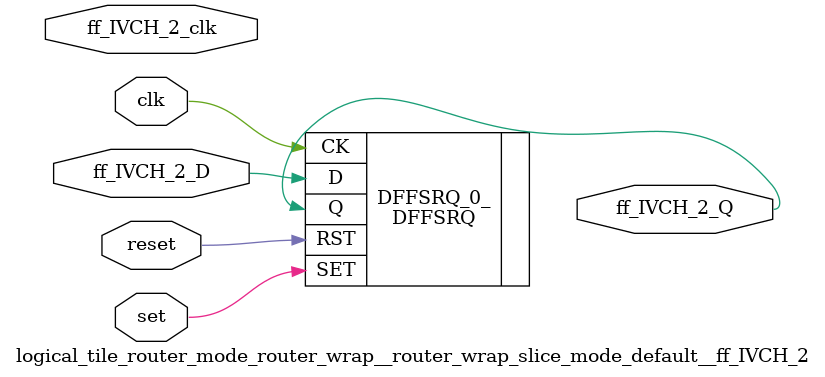
<source format=v>
`default_nettype none

module logical_tile_router_mode_router_wrap__router_wrap_slice_mode_default__ff_IVCH_2(set,
                                                                                       reset,
                                                                                       clk,
                                                                                       ff_IVCH_2_D,
                                                                                       ff_IVCH_2_Q,
                                                                                       ff_IVCH_2_clk);
//----- GLOBAL PORTS -----
input [0:0] set;
//----- GLOBAL PORTS -----
input [0:0] reset;
//----- GLOBAL PORTS -----
input [0:0] clk;
//----- INPUT PORTS -----
input [0:0] ff_IVCH_2_D;
//----- OUTPUT PORTS -----
output [0:0] ff_IVCH_2_Q;
//----- CLOCK PORTS -----
input [0:0] ff_IVCH_2_clk;

//----- BEGIN wire-connection ports -----
wire [0:0] ff_IVCH_2_D;
wire [0:0] ff_IVCH_2_Q;
wire [0:0] ff_IVCH_2_clk;
//----- END wire-connection ports -----


//----- BEGIN Registered ports -----
//----- END Registered ports -----



// ----- BEGIN Local short connections -----
// ----- END Local short connections -----
// ----- BEGIN Local output short connections -----
// ----- END Local output short connections -----

	DFFSRQ DFFSRQ_0_ (
		.SET(set),
		.RST(reset),
		.CK(clk),
		.D(ff_IVCH_2_D),
		.Q(ff_IVCH_2_Q));

endmodule
// ----- END Verilog module for logical_tile_router_mode_router_wrap__router_wrap_slice_mode_default__ff_IVCH_2 -----

//----- Default net type -----
`default_nettype wire




</source>
